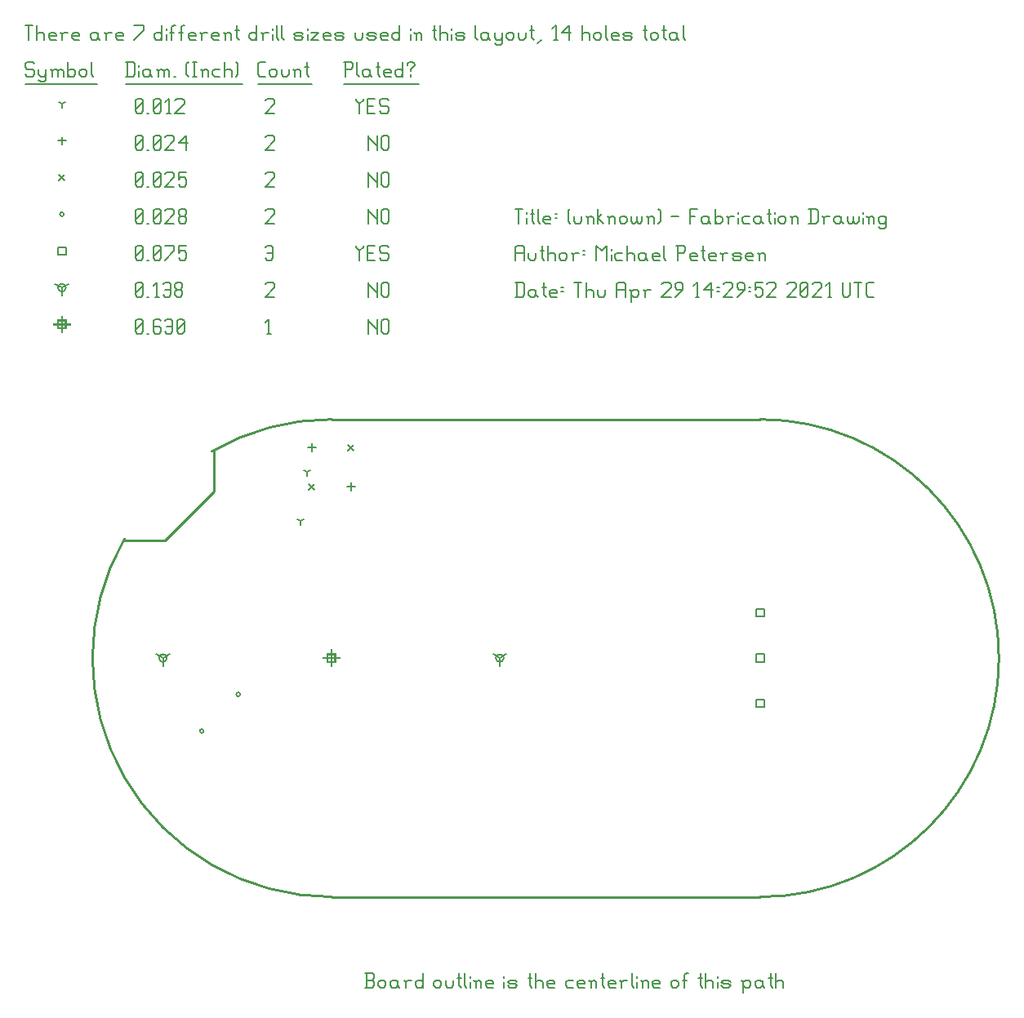
<source format=gbr>
G04 start of page 13 for group -3984 idx -3984 *
G04 Title: (unknown), fab *
G04 Creator: pcb 4.0.2 *
G04 CreationDate: Thu Apr 29 14:29:52 2021 UTC *
G04 For: petersen *
G04 Format: Gerber/RS-274X *
G04 PCB-Dimensions (mil): 4500.00 2500.00 *
G04 PCB-Coordinate-Origin: lower left *
%MOIN*%
%FSLAX25Y25*%
%LNFAB*%
%ADD66C,0.0100*%
%ADD65C,0.0060*%
%ADD64R,0.0080X0.0080*%
G54D64*X125000Y128200D02*Y121800D01*
X121800Y125000D02*X128200D01*
X123400Y126600D02*X126600D01*
X123400D02*Y123400D01*
X126600D01*
Y126600D02*Y123400D01*
X15000Y264450D02*Y258050D01*
X11800Y261250D02*X18200D01*
X13400Y262850D02*X16600D01*
X13400D02*Y259650D01*
X16600D01*
Y262850D02*Y259650D01*
G54D65*X140000Y263500D02*Y257500D01*
Y263500D02*Y262750D01*
X143750Y259000D01*
Y263500D02*Y257500D01*
X145550Y262750D02*Y258250D01*
Y262750D02*X146300Y263500D01*
X147800D01*
X148550Y262750D01*
Y258250D01*
X147800Y257500D02*X148550Y258250D01*
X146300Y257500D02*X147800D01*
X145550Y258250D02*X146300Y257500D01*
X98750D02*X100250D01*
X99500Y263500D02*Y257500D01*
X98000Y262000D02*X99500Y263500D01*
X45000Y258250D02*X45750Y257500D01*
X45000Y262750D02*Y258250D01*
Y262750D02*X45750Y263500D01*
X47250D01*
X48000Y262750D01*
Y258250D01*
X47250Y257500D02*X48000Y258250D01*
X45750Y257500D02*X47250D01*
X45000Y259000D02*X48000Y262000D01*
X49800Y257500D02*X50550D01*
X54600Y263500D02*X55350Y262750D01*
X53100Y263500D02*X54600D01*
X52350Y262750D02*X53100Y263500D01*
X52350Y262750D02*Y258250D01*
X53100Y257500D01*
X54600Y260500D02*X55350Y259750D01*
X52350Y260500D02*X54600D01*
X53100Y257500D02*X54600D01*
X55350Y258250D01*
Y259750D02*Y258250D01*
X57150Y262750D02*X57900Y263500D01*
X59400D01*
X60150Y262750D01*
Y258250D01*
X59400Y257500D02*X60150Y258250D01*
X57900Y257500D02*X59400D01*
X57150Y258250D02*X57900Y257500D01*
Y260500D02*X60150D01*
X61950Y258250D02*X62700Y257500D01*
X61950Y262750D02*Y258250D01*
Y262750D02*X62700Y263500D01*
X64200D01*
X64950Y262750D01*
Y258250D01*
X64200Y257500D02*X64950Y258250D01*
X62700Y257500D02*X64200D01*
X61950Y259000D02*X64950Y262000D01*
X193750Y125000D02*Y121800D01*
Y125000D02*X196523Y126600D01*
X193750Y125000D02*X190977Y126600D01*
X192150Y125000D02*G75*G03X195350Y125000I1600J0D01*G01*
G75*G03X192150Y125000I-1600J0D01*G01*
X56250D02*Y121800D01*
Y125000D02*X59023Y126600D01*
X56250Y125000D02*X53477Y126600D01*
X54650Y125000D02*G75*G03X57850Y125000I1600J0D01*G01*
G75*G03X54650Y125000I-1600J0D01*G01*
X15000Y276250D02*Y273050D01*
Y276250D02*X17773Y277850D01*
X15000Y276250D02*X12227Y277850D01*
X13400Y276250D02*G75*G03X16600Y276250I1600J0D01*G01*
G75*G03X13400Y276250I-1600J0D01*G01*
X140000Y278500D02*Y272500D01*
Y278500D02*Y277750D01*
X143750Y274000D01*
Y278500D02*Y272500D01*
X145550Y277750D02*Y273250D01*
Y277750D02*X146300Y278500D01*
X147800D01*
X148550Y277750D01*
Y273250D01*
X147800Y272500D02*X148550Y273250D01*
X146300Y272500D02*X147800D01*
X145550Y273250D02*X146300Y272500D01*
X98000Y277750D02*X98750Y278500D01*
X101000D01*
X101750Y277750D01*
Y276250D01*
X98000Y272500D02*X101750Y276250D01*
X98000Y272500D02*X101750D01*
X45000Y273250D02*X45750Y272500D01*
X45000Y277750D02*Y273250D01*
Y277750D02*X45750Y278500D01*
X47250D01*
X48000Y277750D01*
Y273250D01*
X47250Y272500D02*X48000Y273250D01*
X45750Y272500D02*X47250D01*
X45000Y274000D02*X48000Y277000D01*
X49800Y272500D02*X50550D01*
X53100D02*X54600D01*
X53850Y278500D02*Y272500D01*
X52350Y277000D02*X53850Y278500D01*
X56400Y277750D02*X57150Y278500D01*
X58650D01*
X59400Y277750D01*
Y273250D01*
X58650Y272500D02*X59400Y273250D01*
X57150Y272500D02*X58650D01*
X56400Y273250D02*X57150Y272500D01*
Y275500D02*X59400D01*
X61200Y273250D02*X61950Y272500D01*
X61200Y274750D02*Y273250D01*
Y274750D02*X61950Y275500D01*
X63450D01*
X64200Y274750D01*
Y273250D01*
X63450Y272500D02*X64200Y273250D01*
X61950Y272500D02*X63450D01*
X61200Y276250D02*X61950Y275500D01*
X61200Y277750D02*Y276250D01*
Y277750D02*X61950Y278500D01*
X63450D01*
X64200Y277750D01*
Y276250D01*
X63450Y275500D02*X64200Y276250D01*
X298400Y145100D02*X301600D01*
X298400D02*Y141900D01*
X301600D01*
Y145100D02*Y141900D01*
X298400Y126600D02*X301600D01*
X298400D02*Y123400D01*
X301600D01*
Y126600D02*Y123400D01*
X298400Y108100D02*X301600D01*
X298400D02*Y104900D01*
X301600D01*
Y108100D02*Y104900D01*
X13400Y292850D02*X16600D01*
X13400D02*Y289650D01*
X16600D01*
Y292850D02*Y289650D01*
X135000Y293500D02*Y292750D01*
X136500Y291250D01*
X138000Y292750D01*
Y293500D02*Y292750D01*
X136500Y291250D02*Y287500D01*
X139800Y290500D02*X142050D01*
X139800Y287500D02*X142800D01*
X139800Y293500D02*Y287500D01*
Y293500D02*X142800D01*
X147600D02*X148350Y292750D01*
X145350Y293500D02*X147600D01*
X144600Y292750D02*X145350Y293500D01*
X144600Y292750D02*Y291250D01*
X145350Y290500D01*
X147600D01*
X148350Y289750D01*
Y288250D01*
X147600Y287500D02*X148350Y288250D01*
X145350Y287500D02*X147600D01*
X144600Y288250D02*X145350Y287500D01*
X98000Y292750D02*X98750Y293500D01*
X100250D01*
X101000Y292750D01*
Y288250D01*
X100250Y287500D02*X101000Y288250D01*
X98750Y287500D02*X100250D01*
X98000Y288250D02*X98750Y287500D01*
Y290500D02*X101000D01*
X45000Y288250D02*X45750Y287500D01*
X45000Y292750D02*Y288250D01*
Y292750D02*X45750Y293500D01*
X47250D01*
X48000Y292750D01*
Y288250D01*
X47250Y287500D02*X48000Y288250D01*
X45750Y287500D02*X47250D01*
X45000Y289000D02*X48000Y292000D01*
X49800Y287500D02*X50550D01*
X52350Y288250D02*X53100Y287500D01*
X52350Y292750D02*Y288250D01*
Y292750D02*X53100Y293500D01*
X54600D01*
X55350Y292750D01*
Y288250D01*
X54600Y287500D02*X55350Y288250D01*
X53100Y287500D02*X54600D01*
X52350Y289000D02*X55350Y292000D01*
X57150Y287500D02*X60900Y291250D01*
Y293500D02*Y291250D01*
X57150Y293500D02*X60900D01*
X62700D02*X65700D01*
X62700D02*Y290500D01*
X63450Y291250D01*
X64950D01*
X65700Y290500D01*
Y288250D01*
X64950Y287500D02*X65700Y288250D01*
X63450Y287500D02*X64950D01*
X62700Y288250D02*X63450Y287500D01*
X71281Y95254D02*G75*G03X72881Y95254I800J0D01*G01*
G75*G03X71281Y95254I-800J0D01*G01*
X86203Y110175D02*G75*G03X87803Y110175I800J0D01*G01*
G75*G03X86203Y110175I-800J0D01*G01*
X14200Y306250D02*G75*G03X15800Y306250I800J0D01*G01*
G75*G03X14200Y306250I-800J0D01*G01*
X140000Y308500D02*Y302500D01*
Y308500D02*Y307750D01*
X143750Y304000D01*
Y308500D02*Y302500D01*
X145550Y307750D02*Y303250D01*
Y307750D02*X146300Y308500D01*
X147800D01*
X148550Y307750D01*
Y303250D01*
X147800Y302500D02*X148550Y303250D01*
X146300Y302500D02*X147800D01*
X145550Y303250D02*X146300Y302500D01*
X98000Y307750D02*X98750Y308500D01*
X101000D01*
X101750Y307750D01*
Y306250D01*
X98000Y302500D02*X101750Y306250D01*
X98000Y302500D02*X101750D01*
X45000Y303250D02*X45750Y302500D01*
X45000Y307750D02*Y303250D01*
Y307750D02*X45750Y308500D01*
X47250D01*
X48000Y307750D01*
Y303250D01*
X47250Y302500D02*X48000Y303250D01*
X45750Y302500D02*X47250D01*
X45000Y304000D02*X48000Y307000D01*
X49800Y302500D02*X50550D01*
X52350Y303250D02*X53100Y302500D01*
X52350Y307750D02*Y303250D01*
Y307750D02*X53100Y308500D01*
X54600D01*
X55350Y307750D01*
Y303250D01*
X54600Y302500D02*X55350Y303250D01*
X53100Y302500D02*X54600D01*
X52350Y304000D02*X55350Y307000D01*
X57150Y307750D02*X57900Y308500D01*
X60150D01*
X60900Y307750D01*
Y306250D01*
X57150Y302500D02*X60900Y306250D01*
X57150Y302500D02*X60900D01*
X62700Y303250D02*X63450Y302500D01*
X62700Y304750D02*Y303250D01*
Y304750D02*X63450Y305500D01*
X64950D01*
X65700Y304750D01*
Y303250D01*
X64950Y302500D02*X65700Y303250D01*
X63450Y302500D02*X64950D01*
X62700Y306250D02*X63450Y305500D01*
X62700Y307750D02*Y306250D01*
Y307750D02*X63450Y308500D01*
X64950D01*
X65700Y307750D01*
Y306250D01*
X64950Y305500D02*X65700Y306250D01*
X131800Y212200D02*X134200Y209800D01*
X131800D02*X134200Y212200D01*
X115800Y196200D02*X118200Y193800D01*
X115800D02*X118200Y196200D01*
X13800Y322450D02*X16200Y320050D01*
X13800D02*X16200Y322450D01*
X140000Y323500D02*Y317500D01*
Y323500D02*Y322750D01*
X143750Y319000D01*
Y323500D02*Y317500D01*
X145550Y322750D02*Y318250D01*
Y322750D02*X146300Y323500D01*
X147800D01*
X148550Y322750D01*
Y318250D01*
X147800Y317500D02*X148550Y318250D01*
X146300Y317500D02*X147800D01*
X145550Y318250D02*X146300Y317500D01*
X98000Y322750D02*X98750Y323500D01*
X101000D01*
X101750Y322750D01*
Y321250D01*
X98000Y317500D02*X101750Y321250D01*
X98000Y317500D02*X101750D01*
X45000Y318250D02*X45750Y317500D01*
X45000Y322750D02*Y318250D01*
Y322750D02*X45750Y323500D01*
X47250D01*
X48000Y322750D01*
Y318250D01*
X47250Y317500D02*X48000Y318250D01*
X45750Y317500D02*X47250D01*
X45000Y319000D02*X48000Y322000D01*
X49800Y317500D02*X50550D01*
X52350Y318250D02*X53100Y317500D01*
X52350Y322750D02*Y318250D01*
Y322750D02*X53100Y323500D01*
X54600D01*
X55350Y322750D01*
Y318250D01*
X54600Y317500D02*X55350Y318250D01*
X53100Y317500D02*X54600D01*
X52350Y319000D02*X55350Y322000D01*
X57150Y322750D02*X57900Y323500D01*
X60150D01*
X60900Y322750D01*
Y321250D01*
X57150Y317500D02*X60900Y321250D01*
X57150Y317500D02*X60900D01*
X62700Y323500D02*X65700D01*
X62700D02*Y320500D01*
X63450Y321250D01*
X64950D01*
X65700Y320500D01*
Y318250D01*
X64950Y317500D02*X65700Y318250D01*
X63450Y317500D02*X64950D01*
X62700Y318250D02*X63450Y317500D01*
X133000Y196600D02*Y193400D01*
X131400Y195000D02*X134600D01*
X117000Y212600D02*Y209400D01*
X115400Y211000D02*X118600D01*
X15000Y337850D02*Y334650D01*
X13400Y336250D02*X16600D01*
X140000Y338500D02*Y332500D01*
Y338500D02*Y337750D01*
X143750Y334000D01*
Y338500D02*Y332500D01*
X145550Y337750D02*Y333250D01*
Y337750D02*X146300Y338500D01*
X147800D01*
X148550Y337750D01*
Y333250D01*
X147800Y332500D02*X148550Y333250D01*
X146300Y332500D02*X147800D01*
X145550Y333250D02*X146300Y332500D01*
X98000Y337750D02*X98750Y338500D01*
X101000D01*
X101750Y337750D01*
Y336250D01*
X98000Y332500D02*X101750Y336250D01*
X98000Y332500D02*X101750D01*
X45000Y333250D02*X45750Y332500D01*
X45000Y337750D02*Y333250D01*
Y337750D02*X45750Y338500D01*
X47250D01*
X48000Y337750D01*
Y333250D01*
X47250Y332500D02*X48000Y333250D01*
X45750Y332500D02*X47250D01*
X45000Y334000D02*X48000Y337000D01*
X49800Y332500D02*X50550D01*
X52350Y333250D02*X53100Y332500D01*
X52350Y337750D02*Y333250D01*
Y337750D02*X53100Y338500D01*
X54600D01*
X55350Y337750D01*
Y333250D01*
X54600Y332500D02*X55350Y333250D01*
X53100Y332500D02*X54600D01*
X52350Y334000D02*X55350Y337000D01*
X57150Y337750D02*X57900Y338500D01*
X60150D01*
X60900Y337750D01*
Y336250D01*
X57150Y332500D02*X60900Y336250D01*
X57150Y332500D02*X60900D01*
X62700Y335500D02*X65700Y338500D01*
X62700Y335500D02*X66450D01*
X65700Y338500D02*Y332500D01*
X112500Y181000D02*Y179400D01*
Y181000D02*X113887Y181800D01*
X112500Y181000D02*X111113Y181800D01*
X115000Y201000D02*Y199400D01*
Y201000D02*X116387Y201800D01*
X115000Y201000D02*X113613Y201800D01*
X15000Y351250D02*Y349650D01*
Y351250D02*X16387Y352050D01*
X15000Y351250D02*X13613Y352050D01*
X135000Y353500D02*Y352750D01*
X136500Y351250D01*
X138000Y352750D01*
Y353500D02*Y352750D01*
X136500Y351250D02*Y347500D01*
X139800Y350500D02*X142050D01*
X139800Y347500D02*X142800D01*
X139800Y353500D02*Y347500D01*
Y353500D02*X142800D01*
X147600D02*X148350Y352750D01*
X145350Y353500D02*X147600D01*
X144600Y352750D02*X145350Y353500D01*
X144600Y352750D02*Y351250D01*
X145350Y350500D01*
X147600D01*
X148350Y349750D01*
Y348250D01*
X147600Y347500D02*X148350Y348250D01*
X145350Y347500D02*X147600D01*
X144600Y348250D02*X145350Y347500D01*
X98000Y352750D02*X98750Y353500D01*
X101000D01*
X101750Y352750D01*
Y351250D01*
X98000Y347500D02*X101750Y351250D01*
X98000Y347500D02*X101750D01*
X45000Y348250D02*X45750Y347500D01*
X45000Y352750D02*Y348250D01*
Y352750D02*X45750Y353500D01*
X47250D01*
X48000Y352750D01*
Y348250D01*
X47250Y347500D02*X48000Y348250D01*
X45750Y347500D02*X47250D01*
X45000Y349000D02*X48000Y352000D01*
X49800Y347500D02*X50550D01*
X52350Y348250D02*X53100Y347500D01*
X52350Y352750D02*Y348250D01*
Y352750D02*X53100Y353500D01*
X54600D01*
X55350Y352750D01*
Y348250D01*
X54600Y347500D02*X55350Y348250D01*
X53100Y347500D02*X54600D01*
X52350Y349000D02*X55350Y352000D01*
X57900Y347500D02*X59400D01*
X58650Y353500D02*Y347500D01*
X57150Y352000D02*X58650Y353500D01*
X61200Y352750D02*X61950Y353500D01*
X64200D01*
X64950Y352750D01*
Y351250D01*
X61200Y347500D02*X64950Y351250D01*
X61200Y347500D02*X64950D01*
X3000Y368500D02*X3750Y367750D01*
X750Y368500D02*X3000D01*
X0Y367750D02*X750Y368500D01*
X0Y367750D02*Y366250D01*
X750Y365500D01*
X3000D01*
X3750Y364750D01*
Y363250D01*
X3000Y362500D02*X3750Y363250D01*
X750Y362500D02*X3000D01*
X0Y363250D02*X750Y362500D01*
X5550Y365500D02*Y363250D01*
X6300Y362500D01*
X8550Y365500D02*Y361000D01*
X7800Y360250D02*X8550Y361000D01*
X6300Y360250D02*X7800D01*
X5550Y361000D02*X6300Y360250D01*
Y362500D02*X7800D01*
X8550Y363250D01*
X11100Y364750D02*Y362500D01*
Y364750D02*X11850Y365500D01*
X12600D01*
X13350Y364750D01*
Y362500D01*
Y364750D02*X14100Y365500D01*
X14850D01*
X15600Y364750D01*
Y362500D01*
X10350Y365500D02*X11100Y364750D01*
X17400Y368500D02*Y362500D01*
Y363250D02*X18150Y362500D01*
X19650D01*
X20400Y363250D01*
Y364750D02*Y363250D01*
X19650Y365500D02*X20400Y364750D01*
X18150Y365500D02*X19650D01*
X17400Y364750D02*X18150Y365500D01*
X22200Y364750D02*Y363250D01*
Y364750D02*X22950Y365500D01*
X24450D01*
X25200Y364750D01*
Y363250D01*
X24450Y362500D02*X25200Y363250D01*
X22950Y362500D02*X24450D01*
X22200Y363250D02*X22950Y362500D01*
X27000Y368500D02*Y363250D01*
X27750Y362500D01*
X0Y359250D02*X29250D01*
X41750Y368500D02*Y362500D01*
X44000Y368500D02*X44750Y367750D01*
Y363250D01*
X44000Y362500D02*X44750Y363250D01*
X41000Y362500D02*X44000D01*
X41000Y368500D02*X44000D01*
X46550Y367000D02*Y366250D01*
Y364750D02*Y362500D01*
X50300Y365500D02*X51050Y364750D01*
X48800Y365500D02*X50300D01*
X48050Y364750D02*X48800Y365500D01*
X48050Y364750D02*Y363250D01*
X48800Y362500D01*
X51050Y365500D02*Y363250D01*
X51800Y362500D01*
X48800D02*X50300D01*
X51050Y363250D01*
X54350Y364750D02*Y362500D01*
Y364750D02*X55100Y365500D01*
X55850D01*
X56600Y364750D01*
Y362500D01*
Y364750D02*X57350Y365500D01*
X58100D01*
X58850Y364750D01*
Y362500D01*
X53600Y365500D02*X54350Y364750D01*
X60650Y362500D02*X61400D01*
X65900Y363250D02*X66650Y362500D01*
X65900Y367750D02*X66650Y368500D01*
X65900Y367750D02*Y363250D01*
X68450Y368500D02*X69950D01*
X69200D02*Y362500D01*
X68450D02*X69950D01*
X72500Y364750D02*Y362500D01*
Y364750D02*X73250Y365500D01*
X74000D01*
X74750Y364750D01*
Y362500D01*
X71750Y365500D02*X72500Y364750D01*
X77300Y365500D02*X79550D01*
X76550Y364750D02*X77300Y365500D01*
X76550Y364750D02*Y363250D01*
X77300Y362500D01*
X79550D01*
X81350Y368500D02*Y362500D01*
Y364750D02*X82100Y365500D01*
X83600D01*
X84350Y364750D01*
Y362500D01*
X86150Y368500D02*X86900Y367750D01*
Y363250D01*
X86150Y362500D02*X86900Y363250D01*
X41000Y359250D02*X88700D01*
X95750Y362500D02*X98000D01*
X95000Y363250D02*X95750Y362500D01*
X95000Y367750D02*Y363250D01*
Y367750D02*X95750Y368500D01*
X98000D01*
X99800Y364750D02*Y363250D01*
Y364750D02*X100550Y365500D01*
X102050D01*
X102800Y364750D01*
Y363250D01*
X102050Y362500D02*X102800Y363250D01*
X100550Y362500D02*X102050D01*
X99800Y363250D02*X100550Y362500D01*
X104600Y365500D02*Y363250D01*
X105350Y362500D01*
X106850D01*
X107600Y363250D01*
Y365500D02*Y363250D01*
X110150Y364750D02*Y362500D01*
Y364750D02*X110900Y365500D01*
X111650D01*
X112400Y364750D01*
Y362500D01*
X109400Y365500D02*X110150Y364750D01*
X114950Y368500D02*Y363250D01*
X115700Y362500D01*
X114200Y366250D02*X115700D01*
X95000Y359250D02*X117200D01*
X130750Y368500D02*Y362500D01*
X130000Y368500D02*X133000D01*
X133750Y367750D01*
Y366250D01*
X133000Y365500D02*X133750Y366250D01*
X130750Y365500D02*X133000D01*
X135550Y368500D02*Y363250D01*
X136300Y362500D01*
X140050Y365500D02*X140800Y364750D01*
X138550Y365500D02*X140050D01*
X137800Y364750D02*X138550Y365500D01*
X137800Y364750D02*Y363250D01*
X138550Y362500D01*
X140800Y365500D02*Y363250D01*
X141550Y362500D01*
X138550D02*X140050D01*
X140800Y363250D01*
X144100Y368500D02*Y363250D01*
X144850Y362500D01*
X143350Y366250D02*X144850D01*
X147100Y362500D02*X149350D01*
X146350Y363250D02*X147100Y362500D01*
X146350Y364750D02*Y363250D01*
Y364750D02*X147100Y365500D01*
X148600D01*
X149350Y364750D01*
X146350Y364000D02*X149350D01*
Y364750D02*Y364000D01*
X154150Y368500D02*Y362500D01*
X153400D02*X154150Y363250D01*
X151900Y362500D02*X153400D01*
X151150Y363250D02*X151900Y362500D01*
X151150Y364750D02*Y363250D01*
Y364750D02*X151900Y365500D01*
X153400D01*
X154150Y364750D01*
X157450Y365500D02*Y364750D01*
Y363250D02*Y362500D01*
X155950Y367750D02*Y367000D01*
Y367750D02*X156700Y368500D01*
X158200D01*
X158950Y367750D01*
Y367000D01*
X157450Y365500D02*X158950Y367000D01*
X130000Y359250D02*X160750D01*
X0Y383500D02*X3000D01*
X1500D02*Y377500D01*
X4800Y383500D02*Y377500D01*
Y379750D02*X5550Y380500D01*
X7050D01*
X7800Y379750D01*
Y377500D01*
X10350D02*X12600D01*
X9600Y378250D02*X10350Y377500D01*
X9600Y379750D02*Y378250D01*
Y379750D02*X10350Y380500D01*
X11850D01*
X12600Y379750D01*
X9600Y379000D02*X12600D01*
Y379750D02*Y379000D01*
X15150Y379750D02*Y377500D01*
Y379750D02*X15900Y380500D01*
X17400D01*
X14400D02*X15150Y379750D01*
X19950Y377500D02*X22200D01*
X19200Y378250D02*X19950Y377500D01*
X19200Y379750D02*Y378250D01*
Y379750D02*X19950Y380500D01*
X21450D01*
X22200Y379750D01*
X19200Y379000D02*X22200D01*
Y379750D02*Y379000D01*
X28950Y380500D02*X29700Y379750D01*
X27450Y380500D02*X28950D01*
X26700Y379750D02*X27450Y380500D01*
X26700Y379750D02*Y378250D01*
X27450Y377500D01*
X29700Y380500D02*Y378250D01*
X30450Y377500D01*
X27450D02*X28950D01*
X29700Y378250D01*
X33000Y379750D02*Y377500D01*
Y379750D02*X33750Y380500D01*
X35250D01*
X32250D02*X33000Y379750D01*
X37800Y377500D02*X40050D01*
X37050Y378250D02*X37800Y377500D01*
X37050Y379750D02*Y378250D01*
Y379750D02*X37800Y380500D01*
X39300D01*
X40050Y379750D01*
X37050Y379000D02*X40050D01*
Y379750D02*Y379000D01*
X44550Y377500D02*X48300Y381250D01*
Y383500D02*Y381250D01*
X44550Y383500D02*X48300D01*
X55800D02*Y377500D01*
X55050D02*X55800Y378250D01*
X53550Y377500D02*X55050D01*
X52800Y378250D02*X53550Y377500D01*
X52800Y379750D02*Y378250D01*
Y379750D02*X53550Y380500D01*
X55050D01*
X55800Y379750D01*
X57600Y382000D02*Y381250D01*
Y379750D02*Y377500D01*
X59850Y382750D02*Y377500D01*
Y382750D02*X60600Y383500D01*
X61350D01*
X59100Y380500D02*X60600D01*
X63600Y382750D02*Y377500D01*
Y382750D02*X64350Y383500D01*
X65100D01*
X62850Y380500D02*X64350D01*
X67350Y377500D02*X69600D01*
X66600Y378250D02*X67350Y377500D01*
X66600Y379750D02*Y378250D01*
Y379750D02*X67350Y380500D01*
X68850D01*
X69600Y379750D01*
X66600Y379000D02*X69600D01*
Y379750D02*Y379000D01*
X72150Y379750D02*Y377500D01*
Y379750D02*X72900Y380500D01*
X74400D01*
X71400D02*X72150Y379750D01*
X76950Y377500D02*X79200D01*
X76200Y378250D02*X76950Y377500D01*
X76200Y379750D02*Y378250D01*
Y379750D02*X76950Y380500D01*
X78450D01*
X79200Y379750D01*
X76200Y379000D02*X79200D01*
Y379750D02*Y379000D01*
X81750Y379750D02*Y377500D01*
Y379750D02*X82500Y380500D01*
X83250D01*
X84000Y379750D01*
Y377500D01*
X81000Y380500D02*X81750Y379750D01*
X86550Y383500D02*Y378250D01*
X87300Y377500D01*
X85800Y381250D02*X87300D01*
X94500Y383500D02*Y377500D01*
X93750D02*X94500Y378250D01*
X92250Y377500D02*X93750D01*
X91500Y378250D02*X92250Y377500D01*
X91500Y379750D02*Y378250D01*
Y379750D02*X92250Y380500D01*
X93750D01*
X94500Y379750D01*
X97050D02*Y377500D01*
Y379750D02*X97800Y380500D01*
X99300D01*
X96300D02*X97050Y379750D01*
X101100Y382000D02*Y381250D01*
Y379750D02*Y377500D01*
X102600Y383500D02*Y378250D01*
X103350Y377500D01*
X104850Y383500D02*Y378250D01*
X105600Y377500D01*
X110550D02*X112800D01*
X113550Y378250D01*
X112800Y379000D02*X113550Y378250D01*
X110550Y379000D02*X112800D01*
X109800Y379750D02*X110550Y379000D01*
X109800Y379750D02*X110550Y380500D01*
X112800D01*
X113550Y379750D01*
X109800Y378250D02*X110550Y377500D01*
X115350Y382000D02*Y381250D01*
Y379750D02*Y377500D01*
X116850Y380500D02*X119850D01*
X116850Y377500D02*X119850Y380500D01*
X116850Y377500D02*X119850D01*
X122400D02*X124650D01*
X121650Y378250D02*X122400Y377500D01*
X121650Y379750D02*Y378250D01*
Y379750D02*X122400Y380500D01*
X123900D01*
X124650Y379750D01*
X121650Y379000D02*X124650D01*
Y379750D02*Y379000D01*
X127200Y377500D02*X129450D01*
X130200Y378250D01*
X129450Y379000D02*X130200Y378250D01*
X127200Y379000D02*X129450D01*
X126450Y379750D02*X127200Y379000D01*
X126450Y379750D02*X127200Y380500D01*
X129450D01*
X130200Y379750D01*
X126450Y378250D02*X127200Y377500D01*
X134700Y380500D02*Y378250D01*
X135450Y377500D01*
X136950D01*
X137700Y378250D01*
Y380500D02*Y378250D01*
X140250Y377500D02*X142500D01*
X143250Y378250D01*
X142500Y379000D02*X143250Y378250D01*
X140250Y379000D02*X142500D01*
X139500Y379750D02*X140250Y379000D01*
X139500Y379750D02*X140250Y380500D01*
X142500D01*
X143250Y379750D01*
X139500Y378250D02*X140250Y377500D01*
X145800D02*X148050D01*
X145050Y378250D02*X145800Y377500D01*
X145050Y379750D02*Y378250D01*
Y379750D02*X145800Y380500D01*
X147300D01*
X148050Y379750D01*
X145050Y379000D02*X148050D01*
Y379750D02*Y379000D01*
X152850Y383500D02*Y377500D01*
X152100D02*X152850Y378250D01*
X150600Y377500D02*X152100D01*
X149850Y378250D02*X150600Y377500D01*
X149850Y379750D02*Y378250D01*
Y379750D02*X150600Y380500D01*
X152100D01*
X152850Y379750D01*
X157350Y382000D02*Y381250D01*
Y379750D02*Y377500D01*
X159600Y379750D02*Y377500D01*
Y379750D02*X160350Y380500D01*
X161100D01*
X161850Y379750D01*
Y377500D01*
X158850Y380500D02*X159600Y379750D01*
X167100Y383500D02*Y378250D01*
X167850Y377500D01*
X166350Y381250D02*X167850D01*
X169350Y383500D02*Y377500D01*
Y379750D02*X170100Y380500D01*
X171600D01*
X172350Y379750D01*
Y377500D01*
X174150Y382000D02*Y381250D01*
Y379750D02*Y377500D01*
X176400D02*X178650D01*
X179400Y378250D01*
X178650Y379000D02*X179400Y378250D01*
X176400Y379000D02*X178650D01*
X175650Y379750D02*X176400Y379000D01*
X175650Y379750D02*X176400Y380500D01*
X178650D01*
X179400Y379750D01*
X175650Y378250D02*X176400Y377500D01*
X183900Y383500D02*Y378250D01*
X184650Y377500D01*
X188400Y380500D02*X189150Y379750D01*
X186900Y380500D02*X188400D01*
X186150Y379750D02*X186900Y380500D01*
X186150Y379750D02*Y378250D01*
X186900Y377500D01*
X189150Y380500D02*Y378250D01*
X189900Y377500D01*
X186900D02*X188400D01*
X189150Y378250D01*
X191700Y380500D02*Y378250D01*
X192450Y377500D01*
X194700Y380500D02*Y376000D01*
X193950Y375250D02*X194700Y376000D01*
X192450Y375250D02*X193950D01*
X191700Y376000D02*X192450Y375250D01*
Y377500D02*X193950D01*
X194700Y378250D01*
X196500Y379750D02*Y378250D01*
Y379750D02*X197250Y380500D01*
X198750D01*
X199500Y379750D01*
Y378250D01*
X198750Y377500D02*X199500Y378250D01*
X197250Y377500D02*X198750D01*
X196500Y378250D02*X197250Y377500D01*
X201300Y380500D02*Y378250D01*
X202050Y377500D01*
X203550D01*
X204300Y378250D01*
Y380500D02*Y378250D01*
X206850Y383500D02*Y378250D01*
X207600Y377500D01*
X206100Y381250D02*X207600D01*
X209100Y376000D02*X210600Y377500D01*
X215850D02*X217350D01*
X216600Y383500D02*Y377500D01*
X215100Y382000D02*X216600Y383500D01*
X219150Y380500D02*X222150Y383500D01*
X219150Y380500D02*X222900D01*
X222150Y383500D02*Y377500D01*
X227400Y383500D02*Y377500D01*
Y379750D02*X228150Y380500D01*
X229650D01*
X230400Y379750D01*
Y377500D01*
X232200Y379750D02*Y378250D01*
Y379750D02*X232950Y380500D01*
X234450D01*
X235200Y379750D01*
Y378250D01*
X234450Y377500D02*X235200Y378250D01*
X232950Y377500D02*X234450D01*
X232200Y378250D02*X232950Y377500D01*
X237000Y383500D02*Y378250D01*
X237750Y377500D01*
X240000D02*X242250D01*
X239250Y378250D02*X240000Y377500D01*
X239250Y379750D02*Y378250D01*
Y379750D02*X240000Y380500D01*
X241500D01*
X242250Y379750D01*
X239250Y379000D02*X242250D01*
Y379750D02*Y379000D01*
X244800Y377500D02*X247050D01*
X247800Y378250D01*
X247050Y379000D02*X247800Y378250D01*
X244800Y379000D02*X247050D01*
X244050Y379750D02*X244800Y379000D01*
X244050Y379750D02*X244800Y380500D01*
X247050D01*
X247800Y379750D01*
X244050Y378250D02*X244800Y377500D01*
X253050Y383500D02*Y378250D01*
X253800Y377500D01*
X252300Y381250D02*X253800D01*
X255300Y379750D02*Y378250D01*
Y379750D02*X256050Y380500D01*
X257550D01*
X258300Y379750D01*
Y378250D01*
X257550Y377500D02*X258300Y378250D01*
X256050Y377500D02*X257550D01*
X255300Y378250D02*X256050Y377500D01*
X260850Y383500D02*Y378250D01*
X261600Y377500D01*
X260100Y381250D02*X261600D01*
X265350Y380500D02*X266100Y379750D01*
X263850Y380500D02*X265350D01*
X263100Y379750D02*X263850Y380500D01*
X263100Y379750D02*Y378250D01*
X263850Y377500D01*
X266100Y380500D02*Y378250D01*
X266850Y377500D01*
X263850D02*X265350D01*
X266100Y378250D01*
X268650Y383500D02*Y378250D01*
X269400Y377500D01*
G54D66*X57000Y173000D02*X77000Y193000D01*
Y210000D01*
X57000Y173000D02*X40000D01*
X125000Y222500D02*X300000D01*
Y27500D02*X125000D01*
X125000Y222500D02*G75*G03X76250Y209437I0J-97500D01*G01*
X40563Y173750D02*G75*G03X125000Y27500I84437J-48750D01*G01*
X300000D02*G75*G03X300000Y222500I0J97500D01*G01*
G54D65*X138675Y-9500D02*X141675D01*
X142425Y-8750D01*
Y-7250D02*Y-8750D01*
X141675Y-6500D02*X142425Y-7250D01*
X139425Y-6500D02*X141675D01*
X139425Y-3500D02*Y-9500D01*
X138675Y-3500D02*X141675D01*
X142425Y-4250D01*
Y-5750D01*
X141675Y-6500D02*X142425Y-5750D01*
X144225Y-7250D02*Y-8750D01*
Y-7250D02*X144975Y-6500D01*
X146475D01*
X147225Y-7250D01*
Y-8750D01*
X146475Y-9500D02*X147225Y-8750D01*
X144975Y-9500D02*X146475D01*
X144225Y-8750D02*X144975Y-9500D01*
X151275Y-6500D02*X152025Y-7250D01*
X149775Y-6500D02*X151275D01*
X149025Y-7250D02*X149775Y-6500D01*
X149025Y-7250D02*Y-8750D01*
X149775Y-9500D01*
X152025Y-6500D02*Y-8750D01*
X152775Y-9500D01*
X149775D02*X151275D01*
X152025Y-8750D01*
X155325Y-7250D02*Y-9500D01*
Y-7250D02*X156075Y-6500D01*
X157575D01*
X154575D02*X155325Y-7250D01*
X162375Y-3500D02*Y-9500D01*
X161625D02*X162375Y-8750D01*
X160125Y-9500D02*X161625D01*
X159375Y-8750D02*X160125Y-9500D01*
X159375Y-7250D02*Y-8750D01*
Y-7250D02*X160125Y-6500D01*
X161625D01*
X162375Y-7250D01*
X166875D02*Y-8750D01*
Y-7250D02*X167625Y-6500D01*
X169125D01*
X169875Y-7250D01*
Y-8750D01*
X169125Y-9500D02*X169875Y-8750D01*
X167625Y-9500D02*X169125D01*
X166875Y-8750D02*X167625Y-9500D01*
X171675Y-6500D02*Y-8750D01*
X172425Y-9500D01*
X173925D01*
X174675Y-8750D01*
Y-6500D02*Y-8750D01*
X177225Y-3500D02*Y-8750D01*
X177975Y-9500D01*
X176475Y-5750D02*X177975D01*
X179475Y-3500D02*Y-8750D01*
X180225Y-9500D01*
X181725Y-5000D02*Y-5750D01*
Y-7250D02*Y-9500D01*
X183975Y-7250D02*Y-9500D01*
Y-7250D02*X184725Y-6500D01*
X185475D01*
X186225Y-7250D01*
Y-9500D01*
X183225Y-6500D02*X183975Y-7250D01*
X188775Y-9500D02*X191025D01*
X188025Y-8750D02*X188775Y-9500D01*
X188025Y-7250D02*Y-8750D01*
Y-7250D02*X188775Y-6500D01*
X190275D01*
X191025Y-7250D01*
X188025Y-8000D02*X191025D01*
Y-7250D02*Y-8000D01*
X195525Y-5000D02*Y-5750D01*
Y-7250D02*Y-9500D01*
X197775D02*X200025D01*
X200775Y-8750D01*
X200025Y-8000D02*X200775Y-8750D01*
X197775Y-8000D02*X200025D01*
X197025Y-7250D02*X197775Y-8000D01*
X197025Y-7250D02*X197775Y-6500D01*
X200025D01*
X200775Y-7250D01*
X197025Y-8750D02*X197775Y-9500D01*
X206025Y-3500D02*Y-8750D01*
X206775Y-9500D01*
X205275Y-5750D02*X206775D01*
X208275Y-3500D02*Y-9500D01*
Y-7250D02*X209025Y-6500D01*
X210525D01*
X211275Y-7250D01*
Y-9500D01*
X213825D02*X216075D01*
X213075Y-8750D02*X213825Y-9500D01*
X213075Y-7250D02*Y-8750D01*
Y-7250D02*X213825Y-6500D01*
X215325D01*
X216075Y-7250D01*
X213075Y-8000D02*X216075D01*
Y-7250D02*Y-8000D01*
X221325Y-6500D02*X223575D01*
X220575Y-7250D02*X221325Y-6500D01*
X220575Y-7250D02*Y-8750D01*
X221325Y-9500D01*
X223575D01*
X226125D02*X228375D01*
X225375Y-8750D02*X226125Y-9500D01*
X225375Y-7250D02*Y-8750D01*
Y-7250D02*X226125Y-6500D01*
X227625D01*
X228375Y-7250D01*
X225375Y-8000D02*X228375D01*
Y-7250D02*Y-8000D01*
X230925Y-7250D02*Y-9500D01*
Y-7250D02*X231675Y-6500D01*
X232425D01*
X233175Y-7250D01*
Y-9500D01*
X230175Y-6500D02*X230925Y-7250D01*
X235725Y-3500D02*Y-8750D01*
X236475Y-9500D01*
X234975Y-5750D02*X236475D01*
X238725Y-9500D02*X240975D01*
X237975Y-8750D02*X238725Y-9500D01*
X237975Y-7250D02*Y-8750D01*
Y-7250D02*X238725Y-6500D01*
X240225D01*
X240975Y-7250D01*
X237975Y-8000D02*X240975D01*
Y-7250D02*Y-8000D01*
X243525Y-7250D02*Y-9500D01*
Y-7250D02*X244275Y-6500D01*
X245775D01*
X242775D02*X243525Y-7250D01*
X247575Y-3500D02*Y-8750D01*
X248325Y-9500D01*
X249825Y-5000D02*Y-5750D01*
Y-7250D02*Y-9500D01*
X252075Y-7250D02*Y-9500D01*
Y-7250D02*X252825Y-6500D01*
X253575D01*
X254325Y-7250D01*
Y-9500D01*
X251325Y-6500D02*X252075Y-7250D01*
X256875Y-9500D02*X259125D01*
X256125Y-8750D02*X256875Y-9500D01*
X256125Y-7250D02*Y-8750D01*
Y-7250D02*X256875Y-6500D01*
X258375D01*
X259125Y-7250D01*
X256125Y-8000D02*X259125D01*
Y-7250D02*Y-8000D01*
X263625Y-7250D02*Y-8750D01*
Y-7250D02*X264375Y-6500D01*
X265875D01*
X266625Y-7250D01*
Y-8750D01*
X265875Y-9500D02*X266625Y-8750D01*
X264375Y-9500D02*X265875D01*
X263625Y-8750D02*X264375Y-9500D01*
X269175Y-4250D02*Y-9500D01*
Y-4250D02*X269925Y-3500D01*
X270675D01*
X268425Y-6500D02*X269925D01*
X275625Y-3500D02*Y-8750D01*
X276375Y-9500D01*
X274875Y-5750D02*X276375D01*
X277875Y-3500D02*Y-9500D01*
Y-7250D02*X278625Y-6500D01*
X280125D01*
X280875Y-7250D01*
Y-9500D01*
X282675Y-5000D02*Y-5750D01*
Y-7250D02*Y-9500D01*
X284925D02*X287175D01*
X287925Y-8750D01*
X287175Y-8000D02*X287925Y-8750D01*
X284925Y-8000D02*X287175D01*
X284175Y-7250D02*X284925Y-8000D01*
X284175Y-7250D02*X284925Y-6500D01*
X287175D01*
X287925Y-7250D01*
X284175Y-8750D02*X284925Y-9500D01*
X293175Y-7250D02*Y-11750D01*
X292425Y-6500D02*X293175Y-7250D01*
X293925Y-6500D01*
X295425D01*
X296175Y-7250D01*
Y-8750D01*
X295425Y-9500D02*X296175Y-8750D01*
X293925Y-9500D02*X295425D01*
X293175Y-8750D02*X293925Y-9500D01*
X300225Y-6500D02*X300975Y-7250D01*
X298725Y-6500D02*X300225D01*
X297975Y-7250D02*X298725Y-6500D01*
X297975Y-7250D02*Y-8750D01*
X298725Y-9500D01*
X300975Y-6500D02*Y-8750D01*
X301725Y-9500D01*
X298725D02*X300225D01*
X300975Y-8750D01*
X304275Y-3500D02*Y-8750D01*
X305025Y-9500D01*
X303525Y-5750D02*X305025D01*
X306525Y-3500D02*Y-9500D01*
Y-7250D02*X307275Y-6500D01*
X308775D01*
X309525Y-7250D01*
Y-9500D01*
X200750Y278500D02*Y272500D01*
X203000Y278500D02*X203750Y277750D01*
Y273250D01*
X203000Y272500D02*X203750Y273250D01*
X200000Y272500D02*X203000D01*
X200000Y278500D02*X203000D01*
X207800Y275500D02*X208550Y274750D01*
X206300Y275500D02*X207800D01*
X205550Y274750D02*X206300Y275500D01*
X205550Y274750D02*Y273250D01*
X206300Y272500D01*
X208550Y275500D02*Y273250D01*
X209300Y272500D01*
X206300D02*X207800D01*
X208550Y273250D01*
X211850Y278500D02*Y273250D01*
X212600Y272500D01*
X211100Y276250D02*X212600D01*
X214850Y272500D02*X217100D01*
X214100Y273250D02*X214850Y272500D01*
X214100Y274750D02*Y273250D01*
Y274750D02*X214850Y275500D01*
X216350D01*
X217100Y274750D01*
X214100Y274000D02*X217100D01*
Y274750D02*Y274000D01*
X218900Y276250D02*X219650D01*
X218900Y274750D02*X219650D01*
X224150Y278500D02*X227150D01*
X225650D02*Y272500D01*
X228950Y278500D02*Y272500D01*
Y274750D02*X229700Y275500D01*
X231200D01*
X231950Y274750D01*
Y272500D01*
X233750Y275500D02*Y273250D01*
X234500Y272500D01*
X236000D01*
X236750Y273250D01*
Y275500D02*Y273250D01*
X241250Y277750D02*Y272500D01*
Y277750D02*X242000Y278500D01*
X244250D01*
X245000Y277750D01*
Y272500D01*
X241250Y275500D02*X245000D01*
X247550Y274750D02*Y270250D01*
X246800Y275500D02*X247550Y274750D01*
X248300Y275500D01*
X249800D01*
X250550Y274750D01*
Y273250D01*
X249800Y272500D02*X250550Y273250D01*
X248300Y272500D02*X249800D01*
X247550Y273250D02*X248300Y272500D01*
X253100Y274750D02*Y272500D01*
Y274750D02*X253850Y275500D01*
X255350D01*
X252350D02*X253100Y274750D01*
X259850Y277750D02*X260600Y278500D01*
X262850D01*
X263600Y277750D01*
Y276250D01*
X259850Y272500D02*X263600Y276250D01*
X259850Y272500D02*X263600D01*
X265400D02*X268400Y275500D01*
Y277750D02*Y275500D01*
X267650Y278500D02*X268400Y277750D01*
X266150Y278500D02*X267650D01*
X265400Y277750D02*X266150Y278500D01*
X265400Y277750D02*Y276250D01*
X266150Y275500D01*
X268400D01*
X273650Y272500D02*X275150D01*
X274400Y278500D02*Y272500D01*
X272900Y277000D02*X274400Y278500D01*
X276950Y275500D02*X279950Y278500D01*
X276950Y275500D02*X280700D01*
X279950Y278500D02*Y272500D01*
X282500Y276250D02*X283250D01*
X282500Y274750D02*X283250D01*
X285050Y277750D02*X285800Y278500D01*
X288050D01*
X288800Y277750D01*
Y276250D01*
X285050Y272500D02*X288800Y276250D01*
X285050Y272500D02*X288800D01*
X290600D02*X293600Y275500D01*
Y277750D02*Y275500D01*
X292850Y278500D02*X293600Y277750D01*
X291350Y278500D02*X292850D01*
X290600Y277750D02*X291350Y278500D01*
X290600Y277750D02*Y276250D01*
X291350Y275500D01*
X293600D01*
X295400Y276250D02*X296150D01*
X295400Y274750D02*X296150D01*
X297950Y278500D02*X300950D01*
X297950D02*Y275500D01*
X298700Y276250D01*
X300200D01*
X300950Y275500D01*
Y273250D01*
X300200Y272500D02*X300950Y273250D01*
X298700Y272500D02*X300200D01*
X297950Y273250D02*X298700Y272500D01*
X302750Y277750D02*X303500Y278500D01*
X305750D01*
X306500Y277750D01*
Y276250D01*
X302750Y272500D02*X306500Y276250D01*
X302750Y272500D02*X306500D01*
X311000Y277750D02*X311750Y278500D01*
X314000D01*
X314750Y277750D01*
Y276250D01*
X311000Y272500D02*X314750Y276250D01*
X311000Y272500D02*X314750D01*
X316550Y273250D02*X317300Y272500D01*
X316550Y277750D02*Y273250D01*
Y277750D02*X317300Y278500D01*
X318800D01*
X319550Y277750D01*
Y273250D01*
X318800Y272500D02*X319550Y273250D01*
X317300Y272500D02*X318800D01*
X316550Y274000D02*X319550Y277000D01*
X321350Y277750D02*X322100Y278500D01*
X324350D01*
X325100Y277750D01*
Y276250D01*
X321350Y272500D02*X325100Y276250D01*
X321350Y272500D02*X325100D01*
X327650D02*X329150D01*
X328400Y278500D02*Y272500D01*
X326900Y277000D02*X328400Y278500D01*
X333650D02*Y273250D01*
X334400Y272500D01*
X335900D01*
X336650Y273250D01*
Y278500D02*Y273250D01*
X338450Y278500D02*X341450D01*
X339950D02*Y272500D01*
X344000D02*X346250D01*
X343250Y273250D02*X344000Y272500D01*
X343250Y277750D02*Y273250D01*
Y277750D02*X344000Y278500D01*
X346250D01*
X200000Y292750D02*Y287500D01*
Y292750D02*X200750Y293500D01*
X203000D01*
X203750Y292750D01*
Y287500D01*
X200000Y290500D02*X203750D01*
X205550D02*Y288250D01*
X206300Y287500D01*
X207800D01*
X208550Y288250D01*
Y290500D02*Y288250D01*
X211100Y293500D02*Y288250D01*
X211850Y287500D01*
X210350Y291250D02*X211850D01*
X213350Y293500D02*Y287500D01*
Y289750D02*X214100Y290500D01*
X215600D01*
X216350Y289750D01*
Y287500D01*
X218150Y289750D02*Y288250D01*
Y289750D02*X218900Y290500D01*
X220400D01*
X221150Y289750D01*
Y288250D01*
X220400Y287500D02*X221150Y288250D01*
X218900Y287500D02*X220400D01*
X218150Y288250D02*X218900Y287500D01*
X223700Y289750D02*Y287500D01*
Y289750D02*X224450Y290500D01*
X225950D01*
X222950D02*X223700Y289750D01*
X227750Y291250D02*X228500D01*
X227750Y289750D02*X228500D01*
X233000Y293500D02*Y287500D01*
Y293500D02*X235250Y291250D01*
X237500Y293500D01*
Y287500D01*
X239300Y292000D02*Y291250D01*
Y289750D02*Y287500D01*
X241550Y290500D02*X243800D01*
X240800Y289750D02*X241550Y290500D01*
X240800Y289750D02*Y288250D01*
X241550Y287500D01*
X243800D01*
X245600Y293500D02*Y287500D01*
Y289750D02*X246350Y290500D01*
X247850D01*
X248600Y289750D01*
Y287500D01*
X252650Y290500D02*X253400Y289750D01*
X251150Y290500D02*X252650D01*
X250400Y289750D02*X251150Y290500D01*
X250400Y289750D02*Y288250D01*
X251150Y287500D01*
X253400Y290500D02*Y288250D01*
X254150Y287500D01*
X251150D02*X252650D01*
X253400Y288250D01*
X256700Y287500D02*X258950D01*
X255950Y288250D02*X256700Y287500D01*
X255950Y289750D02*Y288250D01*
Y289750D02*X256700Y290500D01*
X258200D01*
X258950Y289750D01*
X255950Y289000D02*X258950D01*
Y289750D02*Y289000D01*
X260750Y293500D02*Y288250D01*
X261500Y287500D01*
X266450Y293500D02*Y287500D01*
X265700Y293500D02*X268700D01*
X269450Y292750D01*
Y291250D01*
X268700Y290500D02*X269450Y291250D01*
X266450Y290500D02*X268700D01*
X272000Y287500D02*X274250D01*
X271250Y288250D02*X272000Y287500D01*
X271250Y289750D02*Y288250D01*
Y289750D02*X272000Y290500D01*
X273500D01*
X274250Y289750D01*
X271250Y289000D02*X274250D01*
Y289750D02*Y289000D01*
X276800Y293500D02*Y288250D01*
X277550Y287500D01*
X276050Y291250D02*X277550D01*
X279800Y287500D02*X282050D01*
X279050Y288250D02*X279800Y287500D01*
X279050Y289750D02*Y288250D01*
Y289750D02*X279800Y290500D01*
X281300D01*
X282050Y289750D01*
X279050Y289000D02*X282050D01*
Y289750D02*Y289000D01*
X284600Y289750D02*Y287500D01*
Y289750D02*X285350Y290500D01*
X286850D01*
X283850D02*X284600Y289750D01*
X289400Y287500D02*X291650D01*
X292400Y288250D01*
X291650Y289000D02*X292400Y288250D01*
X289400Y289000D02*X291650D01*
X288650Y289750D02*X289400Y289000D01*
X288650Y289750D02*X289400Y290500D01*
X291650D01*
X292400Y289750D01*
X288650Y288250D02*X289400Y287500D01*
X294950D02*X297200D01*
X294200Y288250D02*X294950Y287500D01*
X294200Y289750D02*Y288250D01*
Y289750D02*X294950Y290500D01*
X296450D01*
X297200Y289750D01*
X294200Y289000D02*X297200D01*
Y289750D02*Y289000D01*
X299750Y289750D02*Y287500D01*
Y289750D02*X300500Y290500D01*
X301250D01*
X302000Y289750D01*
Y287500D01*
X299000Y290500D02*X299750Y289750D01*
X200000Y308500D02*X203000D01*
X201500D02*Y302500D01*
X204800Y307000D02*Y306250D01*
Y304750D02*Y302500D01*
X207050Y308500D02*Y303250D01*
X207800Y302500D01*
X206300Y306250D02*X207800D01*
X209300Y308500D02*Y303250D01*
X210050Y302500D01*
X212300D02*X214550D01*
X211550Y303250D02*X212300Y302500D01*
X211550Y304750D02*Y303250D01*
Y304750D02*X212300Y305500D01*
X213800D01*
X214550Y304750D01*
X211550Y304000D02*X214550D01*
Y304750D02*Y304000D01*
X216350Y306250D02*X217100D01*
X216350Y304750D02*X217100D01*
X221600Y303250D02*X222350Y302500D01*
X221600Y307750D02*X222350Y308500D01*
X221600Y307750D02*Y303250D01*
X224150Y305500D02*Y303250D01*
X224900Y302500D01*
X226400D01*
X227150Y303250D01*
Y305500D02*Y303250D01*
X229700Y304750D02*Y302500D01*
Y304750D02*X230450Y305500D01*
X231200D01*
X231950Y304750D01*
Y302500D01*
X228950Y305500D02*X229700Y304750D01*
X233750Y308500D02*Y302500D01*
Y304750D02*X236000Y302500D01*
X233750Y304750D02*X235250Y306250D01*
X238550Y304750D02*Y302500D01*
Y304750D02*X239300Y305500D01*
X240050D01*
X240800Y304750D01*
Y302500D01*
X237800Y305500D02*X238550Y304750D01*
X242600D02*Y303250D01*
Y304750D02*X243350Y305500D01*
X244850D01*
X245600Y304750D01*
Y303250D01*
X244850Y302500D02*X245600Y303250D01*
X243350Y302500D02*X244850D01*
X242600Y303250D02*X243350Y302500D01*
X247400Y305500D02*Y303250D01*
X248150Y302500D01*
X248900D01*
X249650Y303250D01*
Y305500D02*Y303250D01*
X250400Y302500D01*
X251150D01*
X251900Y303250D01*
Y305500D02*Y303250D01*
X254450Y304750D02*Y302500D01*
Y304750D02*X255200Y305500D01*
X255950D01*
X256700Y304750D01*
Y302500D01*
X253700Y305500D02*X254450Y304750D01*
X258500Y308500D02*X259250Y307750D01*
Y303250D01*
X258500Y302500D02*X259250Y303250D01*
X263750Y305500D02*X266750D01*
X271250Y308500D02*Y302500D01*
Y308500D02*X274250D01*
X271250Y305500D02*X273500D01*
X278300D02*X279050Y304750D01*
X276800Y305500D02*X278300D01*
X276050Y304750D02*X276800Y305500D01*
X276050Y304750D02*Y303250D01*
X276800Y302500D01*
X279050Y305500D02*Y303250D01*
X279800Y302500D01*
X276800D02*X278300D01*
X279050Y303250D01*
X281600Y308500D02*Y302500D01*
Y303250D02*X282350Y302500D01*
X283850D01*
X284600Y303250D01*
Y304750D02*Y303250D01*
X283850Y305500D02*X284600Y304750D01*
X282350Y305500D02*X283850D01*
X281600Y304750D02*X282350Y305500D01*
X287150Y304750D02*Y302500D01*
Y304750D02*X287900Y305500D01*
X289400D01*
X286400D02*X287150Y304750D01*
X291200Y307000D02*Y306250D01*
Y304750D02*Y302500D01*
X293450Y305500D02*X295700D01*
X292700Y304750D02*X293450Y305500D01*
X292700Y304750D02*Y303250D01*
X293450Y302500D01*
X295700D01*
X299750Y305500D02*X300500Y304750D01*
X298250Y305500D02*X299750D01*
X297500Y304750D02*X298250Y305500D01*
X297500Y304750D02*Y303250D01*
X298250Y302500D01*
X300500Y305500D02*Y303250D01*
X301250Y302500D01*
X298250D02*X299750D01*
X300500Y303250D01*
X303800Y308500D02*Y303250D01*
X304550Y302500D01*
X303050Y306250D02*X304550D01*
X306050Y307000D02*Y306250D01*
Y304750D02*Y302500D01*
X307550Y304750D02*Y303250D01*
Y304750D02*X308300Y305500D01*
X309800D01*
X310550Y304750D01*
Y303250D01*
X309800Y302500D02*X310550Y303250D01*
X308300Y302500D02*X309800D01*
X307550Y303250D02*X308300Y302500D01*
X313100Y304750D02*Y302500D01*
Y304750D02*X313850Y305500D01*
X314600D01*
X315350Y304750D01*
Y302500D01*
X312350Y305500D02*X313100Y304750D01*
X320600Y308500D02*Y302500D01*
X322850Y308500D02*X323600Y307750D01*
Y303250D01*
X322850Y302500D02*X323600Y303250D01*
X319850Y302500D02*X322850D01*
X319850Y308500D02*X322850D01*
X326150Y304750D02*Y302500D01*
Y304750D02*X326900Y305500D01*
X328400D01*
X325400D02*X326150Y304750D01*
X332450Y305500D02*X333200Y304750D01*
X330950Y305500D02*X332450D01*
X330200Y304750D02*X330950Y305500D01*
X330200Y304750D02*Y303250D01*
X330950Y302500D01*
X333200Y305500D02*Y303250D01*
X333950Y302500D01*
X330950D02*X332450D01*
X333200Y303250D01*
X335750Y305500D02*Y303250D01*
X336500Y302500D01*
X337250D01*
X338000Y303250D01*
Y305500D02*Y303250D01*
X338750Y302500D01*
X339500D01*
X340250Y303250D01*
Y305500D02*Y303250D01*
X342050Y307000D02*Y306250D01*
Y304750D02*Y302500D01*
X344300Y304750D02*Y302500D01*
Y304750D02*X345050Y305500D01*
X345800D01*
X346550Y304750D01*
Y302500D01*
X343550Y305500D02*X344300Y304750D01*
X350600Y305500D02*X351350Y304750D01*
X349100Y305500D02*X350600D01*
X348350Y304750D02*X349100Y305500D01*
X348350Y304750D02*Y303250D01*
X349100Y302500D01*
X350600D01*
X351350Y303250D01*
X348350Y301000D02*X349100Y300250D01*
X350600D01*
X351350Y301000D01*
Y305500D02*Y301000D01*
M02*

</source>
